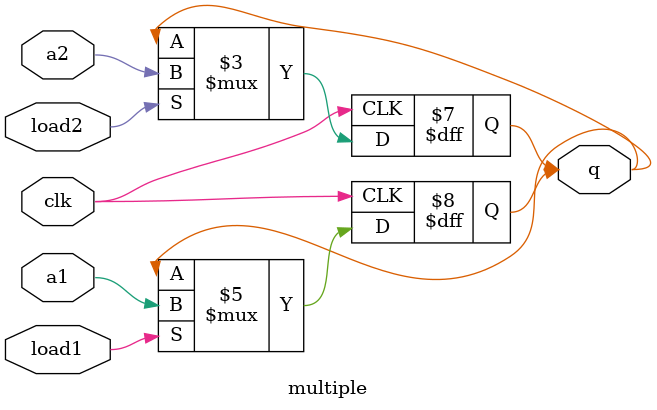
<source format=v>
module test_bench;

wire q;
reg clk, load1, load2, a1, a2;

multiple mult(q, clk, load1, load2, a1, a2);

endmodule

module multiple (q, clk, load1, load2, a1, a2);

output q;
reg q;
input clk, load1, load2, a1, a2;

always @(posedge clk)
	if(load1) q <= a1;
always @(posedge clk)
	if(load2) q <= a2;

endmodule

</source>
